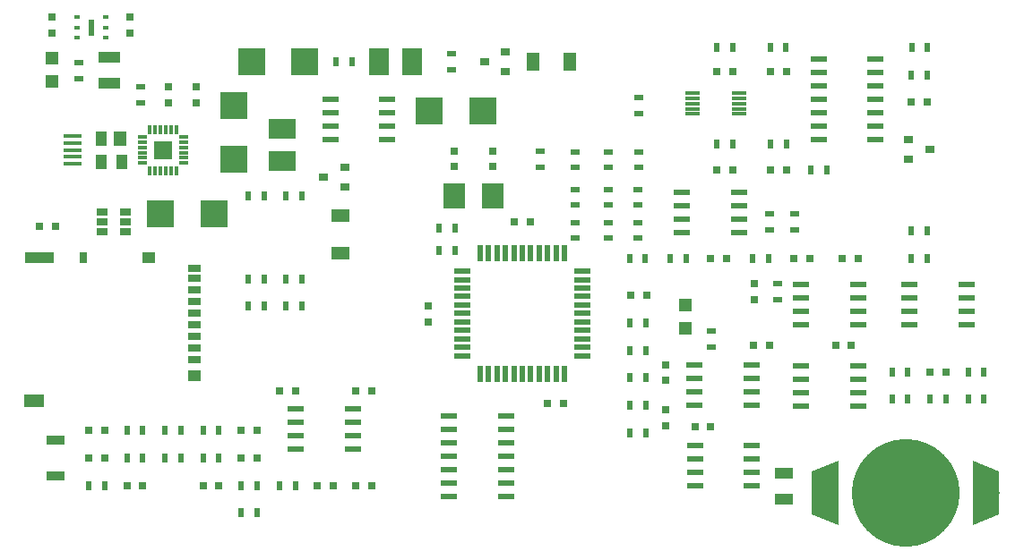
<source format=gtp>
G04 #@! TF.GenerationSoftware,KiCad,Pcbnew,5.0.2-bee76a0~70~ubuntu16.04.1*
G04 #@! TF.CreationDate,2019-04-16T07:24:40+05:30*
G04 #@! TF.ProjectId,PSLab,50534c61-622e-46b6-9963-61645f706362,v6.1*
G04 #@! TF.SameCoordinates,Original*
G04 #@! TF.FileFunction,Paste,Top*
G04 #@! TF.FilePolarity,Positive*
%FSLAX46Y46*%
G04 Gerber Fmt 4.6, Leading zero omitted, Abs format (unit mm)*
G04 Created by KiCad (PCBNEW 5.0.2-bee76a0~70~ubuntu16.04.1) date Tue 16 Apr 2019 07:24:40 +0530*
%MOMM*%
%LPD*%
G01*
G04 APERTURE LIST*
%ADD10C,2.500000*%
%ADD11C,0.100000*%
%ADD12C,10.200000*%
%ADD13R,0.600000X1.500000*%
%ADD14R,0.630000X0.450000*%
%ADD15R,0.850000X0.300000*%
%ADD16R,0.300000X0.850000*%
%ADD17R,1.800000X1.800000*%
%ADD18R,1.060000X0.650000*%
%ADD19R,1.550000X0.600000*%
%ADD20R,0.550000X1.500000*%
%ADD21R,1.500000X0.550000*%
%ADD22R,0.500000X0.900000*%
%ADD23R,2.500000X2.550000*%
%ADD24R,2.550000X2.500000*%
%ADD25R,1.700000X1.300000*%
%ADD26R,1.300000X1.700000*%
%ADD27R,2.030000X1.140000*%
%ADD28R,0.900000X0.800000*%
%ADD29R,1.500000X0.600000*%
%ADD30R,1.400000X0.300000*%
%ADD31R,2.500000X1.950000*%
%ADD32R,1.950000X2.500000*%
%ADD33R,0.800000X0.750000*%
%ADD34R,0.750000X0.800000*%
%ADD35R,0.900000X0.500000*%
%ADD36R,1.200000X1.200000*%
%ADD37R,2.000000X2.400000*%
%ADD38R,1.800000X0.400000*%
%ADD39R,1.200000X1.400000*%
%ADD40R,1.000000X1.400000*%
%ADD41R,1.900000X1.300000*%
%ADD42R,2.800000X1.000000*%
%ADD43R,0.800000X1.000000*%
%ADD44R,1.200000X1.000000*%
%ADD45R,1.200000X0.700000*%
%ADD46R,1.700000X0.900000*%
%ADD47R,1.800000X1.000000*%
G04 APERTURE END LIST*
D10*
G04 #@! TO.C,BT1*
X166680000Y-107300000D03*
D11*
G36*
X165430000Y-109350000D02*
X165430000Y-105250000D01*
X167930000Y-104250000D01*
X167930000Y-110350000D01*
X165430000Y-109350000D01*
X165430000Y-109350000D01*
G37*
D10*
X181880000Y-107300000D03*
D11*
G36*
X180630000Y-110350000D02*
X180630000Y-104250000D01*
X183130000Y-105250000D01*
X183130000Y-109350000D01*
X180630000Y-110350000D01*
X180630000Y-110350000D01*
G37*
D12*
X174280000Y-107300000D03*
G04 #@! TD*
D13*
G04 #@! TO.C,U1*
X97350000Y-63260000D03*
D14*
X96010000Y-64210000D03*
X96010000Y-63260000D03*
X96010000Y-62310000D03*
X98690000Y-62310000D03*
X98690000Y-63260000D03*
X98690000Y-64210000D03*
G04 #@! TD*
D15*
G04 #@! TO.C,U14*
X106080000Y-76100000D03*
X106080000Y-75600000D03*
X106080000Y-75100000D03*
X106080000Y-74600000D03*
X106080000Y-74100000D03*
X106080000Y-73600000D03*
D16*
X105380000Y-72900000D03*
X104880000Y-72900000D03*
X104380000Y-72900000D03*
X103880000Y-72900000D03*
X103380000Y-72900000D03*
X102880000Y-72900000D03*
D15*
X102180000Y-73600000D03*
X102180000Y-74100000D03*
X102180000Y-74600000D03*
X102180000Y-75100000D03*
X102180000Y-75600000D03*
X102180000Y-76100000D03*
D16*
X102880000Y-76800000D03*
X103380000Y-76800000D03*
X103880000Y-76800000D03*
X104380000Y-76800000D03*
X104880000Y-76800000D03*
X105380000Y-76800000D03*
D17*
X104130000Y-74850000D03*
G04 #@! TD*
D18*
G04 #@! TO.C,U4*
X98370000Y-80710000D03*
X98370000Y-81660000D03*
X98370000Y-82610000D03*
X100570000Y-82610000D03*
X100570000Y-80710000D03*
X100570000Y-81660000D03*
G04 #@! TD*
D19*
G04 #@! TO.C,U5*
X125300000Y-73855000D03*
X125300000Y-72585000D03*
X125300000Y-71315000D03*
X125300000Y-70045000D03*
X119900000Y-70045000D03*
X119900000Y-71315000D03*
X119900000Y-72585000D03*
X119900000Y-73855000D03*
G04 #@! TD*
D20*
G04 #@! TO.C,U3*
X134060000Y-96020000D03*
X134860000Y-96020000D03*
X135660000Y-96020000D03*
X136460000Y-96020000D03*
X137260000Y-96020000D03*
X138060000Y-96020000D03*
X138860000Y-96020000D03*
X139660000Y-96020000D03*
X140460000Y-96020000D03*
X141260000Y-96020000D03*
X142060000Y-96020000D03*
D21*
X143760000Y-94320000D03*
X143760000Y-93520000D03*
X143760000Y-92720000D03*
X143760000Y-91920000D03*
X143760000Y-91120000D03*
X143760000Y-90320000D03*
X143760000Y-89520000D03*
X143760000Y-88720000D03*
X143760000Y-87920000D03*
X143760000Y-87120000D03*
X143760000Y-86320000D03*
D20*
X142060000Y-84620000D03*
X141260000Y-84620000D03*
X140460000Y-84620000D03*
X139660000Y-84620000D03*
X138860000Y-84620000D03*
X138060000Y-84620000D03*
X137260000Y-84620000D03*
X136460000Y-84620000D03*
X135660000Y-84620000D03*
X134860000Y-84620000D03*
X134060000Y-84620000D03*
D21*
X132360000Y-86320000D03*
X132360000Y-87120000D03*
X132360000Y-87920000D03*
X132360000Y-88720000D03*
X132360000Y-89520000D03*
X132360000Y-90320000D03*
X132360000Y-91120000D03*
X132360000Y-91920000D03*
X132360000Y-92720000D03*
X132360000Y-93520000D03*
X132360000Y-94320000D03*
G04 #@! TD*
D22*
G04 #@! TO.C,R21*
X113000000Y-106600000D03*
X111500000Y-106600000D03*
G04 #@! TD*
D19*
G04 #@! TO.C,U10*
X154350000Y-95215000D03*
X154350000Y-96485000D03*
X154350000Y-97755000D03*
X154350000Y-99025000D03*
X159750000Y-99025000D03*
X159750000Y-97755000D03*
X159750000Y-96485000D03*
X159750000Y-95215000D03*
G04 #@! TD*
D23*
G04 #@! TO.C,C11*
X110780000Y-75725000D03*
X110780000Y-70675000D03*
G04 #@! TD*
D24*
G04 #@! TO.C,C14*
X108925000Y-80910000D03*
X103875000Y-80910000D03*
G04 #@! TD*
G04 #@! TO.C,C16*
X134325000Y-71200000D03*
X129275000Y-71200000D03*
G04 #@! TD*
G04 #@! TO.C,C18*
X112465000Y-66480000D03*
X117515000Y-66480000D03*
G04 #@! TD*
D25*
G04 #@! TO.C,D1*
X120890000Y-84580000D03*
X120890000Y-81080000D03*
G04 #@! TD*
D26*
G04 #@! TO.C,D2*
X139080000Y-66480000D03*
X142580000Y-66480000D03*
G04 #@! TD*
D27*
G04 #@! TO.C,F1*
X99000000Y-68520000D03*
X99000000Y-66120000D03*
G04 #@! TD*
D28*
G04 #@! TO.C,Q1*
X174560000Y-73860000D03*
X174560000Y-75760000D03*
X176560000Y-74810000D03*
G04 #@! TD*
D29*
G04 #@! TO.C,U2*
X131160000Y-100040000D03*
X131160000Y-101310000D03*
X131160000Y-102580000D03*
X131160000Y-103850000D03*
X131160000Y-105120000D03*
X131160000Y-106390000D03*
X131160000Y-107660000D03*
X136560000Y-107660000D03*
X136560000Y-106390000D03*
X136560000Y-105120000D03*
X136560000Y-103850000D03*
X136560000Y-102580000D03*
X136560000Y-101310000D03*
X136560000Y-100040000D03*
G04 #@! TD*
G04 #@! TO.C,U7*
X166050000Y-66240000D03*
X166050000Y-67510000D03*
X166050000Y-68780000D03*
X166050000Y-70050000D03*
X166050000Y-71320000D03*
X166050000Y-72590000D03*
X166050000Y-73860000D03*
X171450000Y-73860000D03*
X171450000Y-72590000D03*
X171450000Y-71320000D03*
X171450000Y-70050000D03*
X171450000Y-68780000D03*
X171450000Y-67510000D03*
X171450000Y-66240000D03*
G04 #@! TD*
D19*
G04 #@! TO.C,U8*
X164370000Y-87625000D03*
X164370000Y-88895000D03*
X164370000Y-90165000D03*
X164370000Y-91435000D03*
X169770000Y-91435000D03*
X169770000Y-90165000D03*
X169770000Y-88895000D03*
X169770000Y-87625000D03*
G04 #@! TD*
D30*
G04 #@! TO.C,U9*
X154150000Y-69450000D03*
X154150000Y-69950000D03*
X154150000Y-70450000D03*
X154150000Y-70950000D03*
X154150000Y-71450000D03*
X158550000Y-71450000D03*
X158550000Y-70950000D03*
X158550000Y-70450000D03*
X158550000Y-69950000D03*
X158550000Y-69450000D03*
G04 #@! TD*
D19*
G04 #@! TO.C,U11*
X174630000Y-87575000D03*
X174630000Y-88845000D03*
X174630000Y-90115000D03*
X174630000Y-91385000D03*
X180030000Y-91385000D03*
X180030000Y-90115000D03*
X180030000Y-88845000D03*
X180030000Y-87575000D03*
G04 #@! TD*
G04 #@! TO.C,U12*
X164380000Y-95255000D03*
X164380000Y-96525000D03*
X164380000Y-97795000D03*
X164380000Y-99065000D03*
X169780000Y-99065000D03*
X169780000Y-97795000D03*
X169780000Y-96525000D03*
X169780000Y-95255000D03*
G04 #@! TD*
G04 #@! TO.C,U13*
X122060000Y-103155000D03*
X122060000Y-101885000D03*
X122060000Y-100615000D03*
X122060000Y-99345000D03*
X116660000Y-99345000D03*
X116660000Y-100615000D03*
X116660000Y-101885000D03*
X116660000Y-103155000D03*
G04 #@! TD*
G04 #@! TO.C,U16*
X153130000Y-78885000D03*
X153130000Y-80155000D03*
X153130000Y-81425000D03*
X153130000Y-82695000D03*
X158530000Y-82695000D03*
X158530000Y-81425000D03*
X158530000Y-80155000D03*
X158530000Y-78885000D03*
G04 #@! TD*
D28*
G04 #@! TO.C,Q2*
X121260000Y-78380000D03*
X121260000Y-76480000D03*
X119260000Y-77430000D03*
G04 #@! TD*
G04 #@! TO.C,Q3*
X136480000Y-67430000D03*
X136480000Y-65530000D03*
X134480000Y-66480000D03*
G04 #@! TD*
D31*
G04 #@! TO.C,C12*
X115350000Y-75925000D03*
X115350000Y-72875000D03*
G04 #@! TD*
D32*
G04 #@! TO.C,C19*
X127605000Y-66480000D03*
X124555000Y-66480000D03*
G04 #@! TD*
D33*
G04 #@! TO.C,C2*
X93910000Y-82100000D03*
X92410000Y-82100000D03*
G04 #@! TD*
D34*
G04 #@! TO.C,C4*
X129130000Y-89610000D03*
X129130000Y-91110000D03*
G04 #@! TD*
D33*
G04 #@! TO.C,C6*
X100700000Y-106600000D03*
X102200000Y-106600000D03*
G04 #@! TD*
G04 #@! TO.C,C7*
X97100000Y-104000000D03*
X98600000Y-104000000D03*
G04 #@! TD*
D34*
G04 #@! TO.C,C8*
X131600000Y-76440000D03*
X131600000Y-74940000D03*
G04 #@! TD*
D33*
G04 #@! TO.C,C9*
X123800000Y-106600000D03*
X122300000Y-106600000D03*
G04 #@! TD*
D34*
G04 #@! TO.C,C10*
X135290000Y-76440000D03*
X135290000Y-74940000D03*
G04 #@! TD*
D33*
G04 #@! TO.C,C13*
X138810000Y-81630000D03*
X137310000Y-81630000D03*
G04 #@! TD*
D34*
G04 #@! TO.C,C15*
X101000000Y-63810000D03*
X101000000Y-62310000D03*
G04 #@! TD*
D33*
G04 #@! TO.C,C17*
X148300000Y-88620000D03*
X149800000Y-88620000D03*
G04 #@! TD*
D34*
G04 #@! TO.C,C20*
X93650000Y-63810000D03*
X93650000Y-62310000D03*
G04 #@! TD*
D33*
G04 #@! TO.C,C21*
X141920000Y-98840000D03*
X140420000Y-98840000D03*
G04 #@! TD*
G04 #@! TO.C,C22*
X167660000Y-93340000D03*
X169160000Y-93340000D03*
G04 #@! TD*
D34*
G04 #@! TO.C,C23*
X159970000Y-89000000D03*
X159970000Y-87500000D03*
G04 #@! TD*
D33*
G04 #@! TO.C,C24*
X156470000Y-67400000D03*
X157970000Y-67400000D03*
G04 #@! TD*
G04 #@! TO.C,C25*
X165220000Y-85140000D03*
X163720000Y-85140000D03*
G04 #@! TD*
G04 #@! TO.C,C26*
X169770000Y-85140000D03*
X168270000Y-85140000D03*
G04 #@! TD*
G04 #@! TO.C,C27*
X163000000Y-67400000D03*
X161500000Y-67400000D03*
G04 #@! TD*
G04 #@! TO.C,C28*
X154360000Y-101030000D03*
X155860000Y-101030000D03*
G04 #@! TD*
D34*
G04 #@! TO.C,C29*
X151600000Y-96680000D03*
X151600000Y-95180000D03*
G04 #@! TD*
D33*
G04 #@! TO.C,C30*
X111500000Y-101400000D03*
X113000000Y-101400000D03*
G04 #@! TD*
G04 #@! TO.C,C31*
X161420000Y-93340000D03*
X159920000Y-93340000D03*
G04 #@! TD*
G04 #@! TO.C,C32*
X176300000Y-70350000D03*
X174800000Y-70350000D03*
G04 #@! TD*
G04 #@! TO.C,C33*
X118700000Y-106600000D03*
X120200000Y-106600000D03*
G04 #@! TD*
G04 #@! TO.C,C34*
X155840000Y-85140000D03*
X157340000Y-85140000D03*
G04 #@! TD*
G04 #@! TO.C,C35*
X116600000Y-97650000D03*
X115100000Y-97650000D03*
G04 #@! TD*
G04 #@! TO.C,C36*
X113000000Y-104000000D03*
X111500000Y-104000000D03*
G04 #@! TD*
G04 #@! TO.C,C37*
X157970000Y-76720000D03*
X156470000Y-76720000D03*
G04 #@! TD*
G04 #@! TO.C,C38*
X123800000Y-97650000D03*
X122300000Y-97650000D03*
G04 #@! TD*
G04 #@! TO.C,C39*
X178100000Y-95850000D03*
X176600000Y-95850000D03*
G04 #@! TD*
G04 #@! TO.C,C40*
X109400000Y-106600000D03*
X107900000Y-106600000D03*
G04 #@! TD*
D34*
G04 #@! TO.C,C41*
X151610000Y-100940000D03*
X151610000Y-99440000D03*
G04 #@! TD*
D33*
G04 #@! TO.C,C42*
X163000000Y-76730000D03*
X161500000Y-76730000D03*
G04 #@! TD*
D35*
G04 #@! TO.C,R1*
X139760000Y-76500000D03*
X139760000Y-75000000D03*
G04 #@! TD*
D22*
G04 #@! TO.C,R2*
X131670000Y-84330000D03*
X130170000Y-84330000D03*
G04 #@! TD*
G04 #@! TO.C,R3*
X131670000Y-82240000D03*
X130170000Y-82240000D03*
G04 #@! TD*
G04 #@! TO.C,R4*
X113650000Y-79210000D03*
X112150000Y-79210000D03*
G04 #@! TD*
G04 #@! TO.C,R5*
X115750000Y-79220000D03*
X117250000Y-79220000D03*
G04 #@! TD*
G04 #@! TO.C,R6*
X174500000Y-98450000D03*
X173000000Y-98450000D03*
G04 #@! TD*
G04 #@! TO.C,R7*
X178100000Y-98450000D03*
X176600000Y-98450000D03*
G04 #@! TD*
G04 #@! TO.C,R8*
X181700000Y-98450000D03*
X180200000Y-98450000D03*
G04 #@! TD*
G04 #@! TO.C,R9*
X181700000Y-95850000D03*
X180200000Y-95850000D03*
G04 #@! TD*
D35*
G04 #@! TO.C,R11*
X131350000Y-67230000D03*
X131350000Y-65730000D03*
G04 #@! TD*
G04 #@! TO.C,R12*
X143030000Y-75020000D03*
X143030000Y-76520000D03*
G04 #@! TD*
D22*
G04 #@! TO.C,R13*
X121950000Y-66480000D03*
X120450000Y-66480000D03*
G04 #@! TD*
G04 #@! TO.C,R14*
X148200000Y-85140000D03*
X149700000Y-85140000D03*
G04 #@! TD*
G04 #@! TO.C,R15*
X109400000Y-104000000D03*
X107900000Y-104000000D03*
G04 #@! TD*
D35*
G04 #@! TO.C,R16*
X146210000Y-78590000D03*
X146210000Y-80090000D03*
G04 #@! TD*
G04 #@! TO.C,R17*
X146210000Y-76520000D03*
X146210000Y-75020000D03*
G04 #@! TD*
D22*
G04 #@! TO.C,R18*
X156470000Y-65150000D03*
X157970000Y-65150000D03*
G04 #@! TD*
G04 #@! TO.C,R19*
X161480000Y-65150000D03*
X162980000Y-65150000D03*
G04 #@! TD*
D35*
G04 #@! TO.C,R20*
X162160000Y-87510000D03*
X162160000Y-89010000D03*
G04 #@! TD*
D22*
G04 #@! TO.C,R22*
X174500000Y-95850000D03*
X173000000Y-95850000D03*
G04 #@! TD*
G04 #@! TO.C,R23*
X176300000Y-85140000D03*
X174800000Y-85140000D03*
G04 #@! TD*
G04 #@! TO.C,R24*
X161320000Y-85140000D03*
X159820000Y-85140000D03*
G04 #@! TD*
G04 #@! TO.C,R25*
X174790000Y-67750000D03*
X176290000Y-67750000D03*
G04 #@! TD*
G04 #@! TO.C,R26*
X176350000Y-65150000D03*
X174850000Y-65150000D03*
G04 #@! TD*
D35*
G04 #@! TO.C,R27*
X149050000Y-69890000D03*
X149050000Y-71390000D03*
G04 #@! TD*
D22*
G04 #@! TO.C,R28*
X149730000Y-96420000D03*
X148230000Y-96420000D03*
G04 #@! TD*
G04 #@! TO.C,R29*
X149710000Y-101620000D03*
X148210000Y-101620000D03*
G04 #@! TD*
G04 #@! TO.C,R30*
X148230000Y-99020000D03*
X149730000Y-99020000D03*
G04 #@! TD*
D35*
G04 #@! TO.C,R31*
X146200000Y-83210000D03*
X146200000Y-81710000D03*
G04 #@! TD*
G04 #@! TO.C,R32*
X148950000Y-83210000D03*
X148950000Y-81710000D03*
G04 #@! TD*
D22*
G04 #@! TO.C,R33*
X152040000Y-85140000D03*
X153540000Y-85140000D03*
G04 #@! TD*
D35*
G04 #@! TO.C,R34*
X155960000Y-92020000D03*
X155960000Y-93520000D03*
G04 #@! TD*
D22*
G04 #@! TO.C,R35*
X156470000Y-74290000D03*
X157970000Y-74290000D03*
G04 #@! TD*
G04 #@! TO.C,R36*
X176300000Y-82540000D03*
X174800000Y-82540000D03*
G04 #@! TD*
G04 #@! TO.C,R37*
X161500000Y-74290000D03*
X163000000Y-74290000D03*
G04 #@! TD*
D35*
G04 #@! TO.C,R38*
X149050000Y-76520000D03*
X149050000Y-75020000D03*
G04 #@! TD*
D22*
G04 #@! TO.C,R39*
X165350000Y-76730000D03*
X166850000Y-76730000D03*
G04 #@! TD*
G04 #@! TO.C,R40*
X113000000Y-109200000D03*
X111500000Y-109200000D03*
G04 #@! TD*
G04 #@! TO.C,R41*
X109400000Y-101400000D03*
X107900000Y-101400000D03*
G04 #@! TD*
G04 #@! TO.C,R42*
X104300000Y-104000000D03*
X105800000Y-104000000D03*
G04 #@! TD*
G04 #@! TO.C,R43*
X100700000Y-104000000D03*
X102200000Y-104000000D03*
G04 #@! TD*
G04 #@! TO.C,R44*
X116600000Y-106600000D03*
X115100000Y-106600000D03*
G04 #@! TD*
D35*
G04 #@! TO.C,R45*
X149020000Y-78590000D03*
X149020000Y-80090000D03*
G04 #@! TD*
G04 #@! TO.C,R46*
X161425000Y-82425000D03*
X161425000Y-80925000D03*
G04 #@! TD*
G04 #@! TO.C,R47*
X163820000Y-82420000D03*
X163820000Y-80920000D03*
G04 #@! TD*
D22*
G04 #@! TO.C,R49*
X148260000Y-93820000D03*
X149760000Y-93820000D03*
G04 #@! TD*
G04 #@! TO.C,R52*
X149760000Y-91220000D03*
X148260000Y-91220000D03*
G04 #@! TD*
D35*
G04 #@! TO.C,R53*
X96140000Y-66570000D03*
X96140000Y-68070000D03*
G04 #@! TD*
D22*
G04 #@! TO.C,R54*
X113650000Y-87040000D03*
X112150000Y-87040000D03*
G04 #@! TD*
G04 #@! TO.C,R55*
X113650000Y-89640000D03*
X112150000Y-89640000D03*
G04 #@! TD*
G04 #@! TO.C,R56*
X117250000Y-87040000D03*
X115750000Y-87040000D03*
G04 #@! TD*
G04 #@! TO.C,R57*
X117250000Y-89640000D03*
X115750000Y-89640000D03*
G04 #@! TD*
D35*
G04 #@! TO.C,L1*
X143070000Y-83210000D03*
X143070000Y-81710000D03*
G04 #@! TD*
D36*
G04 #@! TO.C,D3*
X153480000Y-91760000D03*
X153480000Y-89560000D03*
G04 #@! TD*
G04 #@! TO.C,D4*
X93650000Y-66200000D03*
X93650000Y-68400000D03*
G04 #@! TD*
D37*
G04 #@! TO.C,X1*
X131590000Y-79210000D03*
X135290000Y-79210000D03*
G04 #@! TD*
D22*
G04 #@! TO.C,R50*
X98600000Y-106600000D03*
X97100000Y-106600000D03*
G04 #@! TD*
D35*
G04 #@! TO.C,R10*
X143070000Y-80090000D03*
X143070000Y-78590000D03*
G04 #@! TD*
D38*
G04 #@! TO.C,CON1*
X95600000Y-76150000D03*
X95600000Y-75500000D03*
X95600000Y-74850000D03*
X95600000Y-74200000D03*
X95600000Y-73550000D03*
G04 #@! TD*
D34*
G04 #@! TO.C,C44*
X107200000Y-68900000D03*
X107200000Y-70400000D03*
G04 #@! TD*
G04 #@! TO.C,C46*
X104600000Y-68890000D03*
X104600000Y-70390000D03*
G04 #@! TD*
D35*
G04 #@! TO.C,R51*
X102000000Y-70390000D03*
X102000000Y-68890000D03*
G04 #@! TD*
D39*
G04 #@! TO.C,U17*
X100020000Y-73750000D03*
D40*
X98300000Y-73750000D03*
X98300000Y-75950000D03*
X100200000Y-75950000D03*
G04 #@! TD*
D41*
G04 #@! TO.C,P1*
X91955000Y-98575000D03*
D42*
X92405000Y-85075000D03*
D43*
X96555000Y-85075000D03*
D44*
X102755000Y-85075000D03*
X107055000Y-96225000D03*
D45*
X107055000Y-88075000D03*
X107055000Y-89175000D03*
X107055000Y-90275000D03*
X107055000Y-91375000D03*
X107055000Y-92475000D03*
X107055000Y-93575000D03*
X107055000Y-94675000D03*
X107055000Y-86975000D03*
X107055000Y-86025000D03*
G04 #@! TD*
D22*
G04 #@! TO.C,R48*
X104300000Y-101400000D03*
X105800000Y-101400000D03*
G04 #@! TD*
D33*
G04 #@! TO.C,C1*
X98600000Y-101400000D03*
X97100000Y-101400000D03*
G04 #@! TD*
D22*
G04 #@! TO.C,R58*
X102200000Y-101400000D03*
X100700000Y-101400000D03*
G04 #@! TD*
D46*
G04 #@! TO.C,J12*
X93950000Y-105700000D03*
X93950000Y-102300000D03*
G04 #@! TD*
D19*
G04 #@! TO.C,U6*
X159770000Y-106665000D03*
X159770000Y-105395000D03*
X159770000Y-104125000D03*
X159770000Y-102855000D03*
X154370000Y-102855000D03*
X154370000Y-104125000D03*
X154370000Y-105395000D03*
X154370000Y-106665000D03*
G04 #@! TD*
D47*
G04 #@! TO.C,Y1*
X162750000Y-107920000D03*
X162750000Y-105420000D03*
G04 #@! TD*
M02*

</source>
